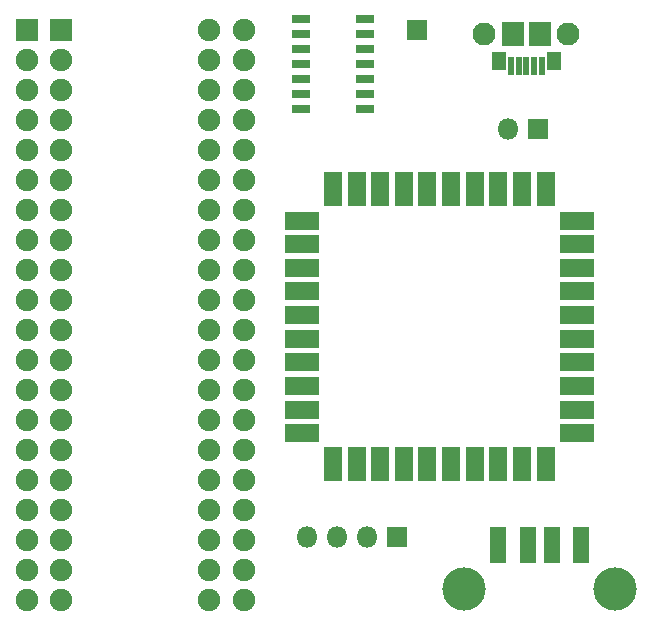
<source format=gts>
G04 #@! TF.GenerationSoftware,KiCad,Pcbnew,(5.1.6)-1*
G04 #@! TF.CreationDate,2022-08-20T08:16:05-04:00*
G04 #@! TF.ProjectId,amiga-2000-usb-kb-stamp,616d6967-612d-4323-9030-302d7573622d,rev?*
G04 #@! TF.SameCoordinates,Original*
G04 #@! TF.FileFunction,Soldermask,Top*
G04 #@! TF.FilePolarity,Negative*
%FSLAX46Y46*%
G04 Gerber Fmt 4.6, Leading zero omitted, Abs format (unit mm)*
G04 Created by KiCad (PCBNEW (5.1.6)-1) date 2022-08-20 08:16:05*
%MOMM*%
%LPD*%
G01*
G04 APERTURE LIST*
%ADD10R,1.625000X0.750000*%
%ADD11R,0.500000X1.500000*%
%ADD12C,1.950000*%
%ADD13R,1.850000X2.000000*%
%ADD14R,1.250000X1.550000*%
%ADD15R,1.900000X1.900000*%
%ADD16C,1.900000*%
%ADD17R,1.800000X1.800000*%
%ADD18R,1.400000X3.100000*%
%ADD19C,3.670000*%
%ADD20O,1.800000X1.800000*%
%ADD21O,1.450000X1.450000*%
%ADD22R,2.900000X1.600000*%
%ADD23R,1.600000X2.900000*%
%ADD24C,1.450000*%
G04 APERTURE END LIST*
D10*
X159430000Y-74803000D03*
X159430000Y-73533000D03*
X159430000Y-72263000D03*
X159430000Y-70993000D03*
X159430000Y-69723000D03*
X159430000Y-68453000D03*
X159430000Y-67183000D03*
X154006000Y-67183000D03*
X154006000Y-68453000D03*
X154006000Y-69723000D03*
X154006000Y-70993000D03*
X154006000Y-72263000D03*
X154006000Y-73533000D03*
X154006000Y-74803000D03*
D11*
X174401000Y-71103000D03*
X173751000Y-71103000D03*
X173101000Y-71103000D03*
X172451000Y-71103000D03*
X171801000Y-71103000D03*
D12*
X176676000Y-68453000D03*
X169526000Y-68453000D03*
D13*
X174226000Y-68453000D03*
X171976000Y-68453000D03*
D14*
X175421000Y-70683000D03*
X170781000Y-70683000D03*
D15*
X130810000Y-68072000D03*
D16*
X130810000Y-70612000D03*
X130810000Y-73152000D03*
X130810000Y-75692000D03*
X130810000Y-78232000D03*
X130810000Y-80772000D03*
X130810000Y-83312000D03*
X130810000Y-85852000D03*
X130810000Y-88392000D03*
X130810000Y-90932000D03*
X130810000Y-93472000D03*
X130810000Y-96012000D03*
X130810000Y-98552000D03*
X130810000Y-101092000D03*
X130810000Y-103632000D03*
X130810000Y-106172000D03*
X130810000Y-108712000D03*
X130810000Y-111252000D03*
X130810000Y-113792000D03*
X130810000Y-116332000D03*
X146250000Y-116332000D03*
X146250000Y-113792000D03*
X146250000Y-111252000D03*
X146250000Y-108712000D03*
X146250000Y-106172000D03*
X146250000Y-103632000D03*
X146250000Y-101092000D03*
X146250000Y-98552000D03*
X146250000Y-96012000D03*
X146250000Y-93472000D03*
X146250000Y-90932000D03*
X146250000Y-88392000D03*
X146250000Y-85852000D03*
X146250000Y-83312000D03*
X146250000Y-80772000D03*
X146250000Y-78232000D03*
X146250000Y-75692000D03*
X146250000Y-73152000D03*
X146250000Y-70612000D03*
X146250000Y-68072000D03*
X149171000Y-68072000D03*
X149171000Y-70612000D03*
X149171000Y-73152000D03*
X149171000Y-75692000D03*
X149171000Y-78232000D03*
X149171000Y-80772000D03*
X149171000Y-83312000D03*
X149171000Y-85852000D03*
X149171000Y-88392000D03*
X149171000Y-90932000D03*
X149171000Y-93472000D03*
X149171000Y-96012000D03*
X149171000Y-98552000D03*
X149171000Y-101092000D03*
X149171000Y-103632000D03*
X149171000Y-106172000D03*
X149171000Y-108712000D03*
X149171000Y-111252000D03*
X149171000Y-113792000D03*
X149171000Y-116332000D03*
X133731000Y-116332000D03*
X133731000Y-113792000D03*
X133731000Y-111252000D03*
X133731000Y-108712000D03*
X133731000Y-106172000D03*
X133731000Y-103632000D03*
X133731000Y-101092000D03*
X133731000Y-98552000D03*
X133731000Y-96012000D03*
X133731000Y-93472000D03*
X133731000Y-90932000D03*
X133731000Y-88392000D03*
X133731000Y-85852000D03*
X133731000Y-83312000D03*
X133731000Y-80772000D03*
X133731000Y-78232000D03*
X133731000Y-75692000D03*
X133731000Y-73152000D03*
X133731000Y-70612000D03*
D15*
X133731000Y-68072000D03*
D17*
X163830000Y-68072000D03*
D18*
X170744000Y-111719000D03*
X173244000Y-111719000D03*
X175244000Y-111719000D03*
X177744000Y-111719000D03*
D19*
X167844000Y-115419000D03*
X180644000Y-115419000D03*
D17*
X174117000Y-76454000D03*
D20*
X171577000Y-76454000D03*
D21*
X176735000Y-84218000D03*
D22*
X177385000Y-84218000D03*
X177385000Y-86218000D03*
D21*
X176735000Y-86218000D03*
X176735000Y-88218000D03*
D22*
X177385000Y-88218000D03*
X177385000Y-90218000D03*
D21*
X176735000Y-90218000D03*
X176735000Y-92218000D03*
D22*
X177385000Y-92218000D03*
D21*
X176735000Y-94218000D03*
D22*
X177385000Y-94218000D03*
X177385000Y-96218000D03*
D21*
X176735000Y-96218000D03*
D22*
X177385000Y-98218000D03*
D21*
X176735000Y-98218000D03*
X176735000Y-100218000D03*
D22*
X177385000Y-100218000D03*
D21*
X176735000Y-102218000D03*
D22*
X177385000Y-102218000D03*
D23*
X174735000Y-104868000D03*
D21*
X174735000Y-104218000D03*
D23*
X172735000Y-104868000D03*
D21*
X172735000Y-104218000D03*
D23*
X170735000Y-104868000D03*
D21*
X170735000Y-104218000D03*
D23*
X168735000Y-104868000D03*
D21*
X168735000Y-104218000D03*
X166735000Y-104218000D03*
D23*
X166735000Y-104868000D03*
X164735000Y-104868000D03*
D21*
X164735000Y-104218000D03*
X162735000Y-104218000D03*
D23*
X162735000Y-104868000D03*
X160735000Y-104868000D03*
D21*
X160735000Y-104218000D03*
D23*
X158735000Y-104868000D03*
D21*
X158735000Y-104218000D03*
D23*
X156735000Y-104868000D03*
D21*
X156735000Y-104218000D03*
X154735000Y-102218000D03*
D22*
X154085000Y-102218000D03*
D21*
X154735000Y-100218000D03*
D22*
X154085000Y-100218000D03*
X154085000Y-98218000D03*
D21*
X154735000Y-98218000D03*
D22*
X154085000Y-96218000D03*
D21*
X154735000Y-96218000D03*
X154735000Y-94218000D03*
D22*
X154085000Y-94218000D03*
X154085000Y-92218000D03*
D21*
X154735000Y-92218000D03*
D22*
X154085000Y-90218000D03*
D21*
X154735000Y-90218000D03*
D22*
X154085000Y-88218000D03*
D21*
X154735000Y-88218000D03*
D22*
X154085000Y-86218000D03*
D21*
X154735000Y-86218000D03*
X154735000Y-84218000D03*
D22*
X154085000Y-84218000D03*
D23*
X156735000Y-81568000D03*
D21*
X156735000Y-82218000D03*
D23*
X158735000Y-81568000D03*
D21*
X158735000Y-82218000D03*
D23*
X160735000Y-81568000D03*
D21*
X160735000Y-82218000D03*
X162735000Y-82218000D03*
D23*
X162735000Y-81568000D03*
X164735000Y-81568000D03*
D21*
X164735000Y-82218000D03*
X166735000Y-82218000D03*
D23*
X166735000Y-81568000D03*
X168735000Y-81568000D03*
D21*
X168735000Y-82218000D03*
X170735000Y-82218000D03*
D23*
X170735000Y-81568000D03*
D21*
X172735000Y-82218000D03*
D23*
X172735000Y-81568000D03*
X174735000Y-81568000D03*
D24*
X174735000Y-82218000D03*
D17*
X162179000Y-110998000D03*
D20*
X159639000Y-110998000D03*
X157099000Y-110998000D03*
X154559000Y-110998000D03*
M02*

</source>
